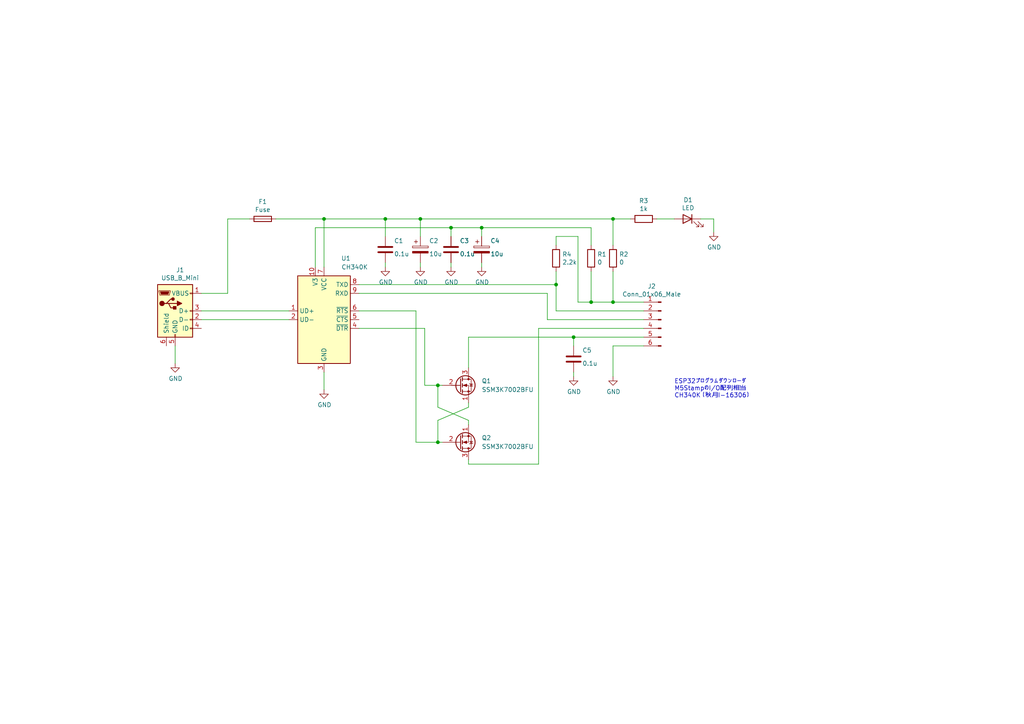
<source format=kicad_sch>
(kicad_sch (version 20211123) (generator eeschema)
  (paper "A4")
  (title_block (title "M5Stamp Downloader") (date "2022-03-12") (rev "0") (company "JK1MLY"))
  (lib_symbols
    (symbol "Connector:Conn_01x06_Male" (pin_names (offset 1.016) hide)
      (property "Reference" "J" (at 0 7.62 0))
      (property "Value" "Conn_01x06_Male" (at 0 -10.16 0))
      (symbol "Conn_01x06_Male_1_1"
        (polyline (pts (xy 1.27 -7.62) (xy 0.8636 -7.62)) (stroke (width 0.1524)))
        (polyline (pts (xy 1.27 -5.08) (xy 0.8636 -5.08)) (stroke (width 0.1524)))
        (polyline (pts (xy 1.27 -2.54) (xy 0.8636 -2.54)) (stroke (width 0.1524)))
        (polyline (pts (xy 1.27 0) (xy 0.8636 0)) (stroke (width 0.1524)))
        (polyline (pts (xy 1.27 2.54) (xy 0.8636 2.54)) (stroke (width 0.1524)))
        (polyline (pts (xy 1.27 5.08) (xy 0.8636 5.08)) (stroke (width 0.1524)))
        (rectangle (start 0.8636 -7.493) (end 0 -7.747) (stroke (width 0.1524)) (fill (type outline)))
        (rectangle (start 0.8636 -4.953) (end 0 -5.207) (stroke (width 0.1524)) (fill (type outline)))
        (rectangle (start 0.8636 -2.413) (end 0 -2.667) (stroke (width 0.1524)) (fill (type outline)))
        (rectangle (start 0.8636 0.127) (end 0 -0.127) (stroke (width 0.1524)) (fill (type outline)))
        (rectangle (start 0.8636 2.667) (end 0 2.413) (stroke (width 0.1524)) (fill (type outline)))
        (rectangle (start 0.8636 5.207) (end 0 4.953) (stroke (width 0.1524)) (fill (type outline)))
        (pin passive line (at 5.08 5.08 180) (length 3.81) (name "Pin_1") (number "1"))
        (pin passive line (at 5.08 2.54 180) (length 3.81) (name "Pin_2") (number "2"))
        (pin passive line (at 5.08 0 180) (length 3.81) (name "Pin_3") (number "3"))
        (pin passive line (at 5.08 -2.54 180) (length 3.81) (name "Pin_4") (number "4"))
        (pin passive line (at 5.08 -5.08 180) (length 3.81) (name "Pin_5") (number "5"))
        (pin passive line (at 5.08 -7.62 180) (length 3.81) (name "Pin_6") (number "6"))
      )
    )
    (symbol "Connector:USB_B_Mini" (pin_names (offset 1.016))
      (property "Reference" "J" (at -5.08 11.43 0))
      (property "Value" "USB_B_Mini" (at -5.08 8.89 0))
      (symbol "USB_B_Mini_0_1"
        (rectangle (start -5.08 -7.62) (end 5.08 7.62) (stroke (width 0.254)) (fill (type background)))
        (circle (center -3.81 2.159) (radius 0.635) (stroke (width 0.254)) (fill (type outline)))
        (circle (center -0.635 3.429) (radius 0.381) (stroke (width 0.254)) (fill (type outline)))
        (rectangle (start -0.127 -7.62) (end 0.127 -6.858))
        (polyline (pts (xy -1.905 2.159) (xy 0.635 2.159)) (stroke (width 0.254)))
        (polyline (pts (xy -3.175 2.159) (xy -2.54 2.159) (xy -1.27 3.429) (xy -0.635 3.429)) (stroke (width 0.254)))
        (polyline (pts (xy -2.54 2.159) (xy -1.905 2.159) (xy -1.27 0.889) (xy 0 0.889)) (stroke (width 0.254)))
        (polyline (pts (xy 0.635 2.794) (xy 0.635 1.524) (xy 1.905 2.159) (xy 0.635 2.794)) (stroke (width 0.254)) (fill (type outline)))
        (polyline (pts (xy -4.318 5.588) (xy -1.778 5.588) (xy -2.032 4.826) (xy -4.064 4.826) (xy -4.318 5.588)) (fill (type outline)))
        (polyline (pts (xy -4.699 5.842) (xy -4.699 5.588) (xy -4.445 4.826) (xy -4.445 4.572) (xy -1.651 4.572) (xy -1.651 4.826) (xy -1.397 5.588) (xy -1.397 5.842) (xy -4.699 5.842)))
        (rectangle (start 0.254 1.27) (end -0.508 0.508) (stroke (width 0.254)) (fill (type outline)))
        (rectangle (start 5.08 -5.207) (end 4.318 -4.953))
        (rectangle (start 5.08 -2.667) (end 4.318 -2.413))
        (rectangle (start 5.08 -0.127) (end 4.318 0.127))
        (rectangle (start 5.08 4.953) (end 4.318 5.207))
      )
      (symbol "USB_B_Mini_1_1"
        (pin power_out line (at 7.62 5.08 180) (length 2.54) (name "VBUS") (number "1"))
        (pin bidirectional line (at 7.62 -2.54 180) (length 2.54) (name "D-") (number "2"))
        (pin bidirectional line (at 7.62 0 180) (length 2.54) (name "D+") (number "3"))
        (pin passive line (at 7.62 -5.08 180) (length 2.54) (name "ID") (number "4"))
        (pin power_out line (at 0 -10.16 90) (length 2.54) (name "GND") (number "5"))
        (pin passive line (at -2.54 -10.16 90) (length 2.54) (name "Shield") (number "6"))
      )
    )
    (symbol "Device:C" (pin_numbers hide) (pin_names (offset 0.254))
      (property "Reference" "C" (at 0.635 2.54 0))
      (property "Value" "C" (at 0.635 -2.54 0))
      (symbol "C_0_1"
        (polyline (pts (xy -2.032 -0.762) (xy 2.032 -0.762)) (stroke (width 0.508)))
        (polyline (pts (xy -2.032 0.762) (xy 2.032 0.762)) (stroke (width 0.508)))
      )
      (symbol "C_1_1"
        (pin passive line (at 0 3.81 270) (length 2.794) (name "~") (number "1"))
        (pin passive line (at 0 -3.81 90) (length 2.794) (name "~") (number "2"))
      )
    )
    (symbol "Device:C_Polarized" (pin_numbers hide) (pin_names (offset 0.254))
      (property "Reference" "C" (at 0.635 2.54 0))
      (property "Value" "C_Polarized" (at 0.635 -2.54 0))
      (symbol "C_Polarized_0_1"
        (rectangle (start -2.286 0.508) (end 2.286 1.016))
        (polyline (pts (xy -1.778 2.286) (xy -0.762 2.286)))
        (polyline (pts (xy -1.27 2.794) (xy -1.27 1.778)))
        (rectangle (start 2.286 -0.508) (end -2.286 -1.016) (fill (type outline)))
      )
      (symbol "C_Polarized_1_1"
        (pin passive line (at 0 3.81 270) (length 2.794) (name "~") (number "1"))
        (pin passive line (at 0 -3.81 90) (length 2.794) (name "~") (number "2"))
      )
    )
    (symbol "Device:Fuse" (pin_numbers hide) (pin_names (offset 0))
      (property "Reference" "F" (at 2.032 0 90))
      (property "Value" "Fuse" (at -1.905 0 90))
      (symbol "Fuse_0_1"
        (rectangle (start -0.762 -2.54) (end 0.762 2.54) (stroke (width 0.254)))
        (polyline (pts (xy 0 2.54) (xy 0 -2.54)))
      )
      (symbol "Fuse_1_1"
        (pin passive line (at 0 3.81 270) (length 1.27) (name "~") (number "1"))
        (pin passive line (at 0 -3.81 90) (length 1.27) (name "~") (number "2"))
      )
    )
    (symbol "Device:LED" (pin_numbers hide) (pin_names (offset 1.016) hide)
      (property "Reference" "D" (at 0 2.54 0))
      (property "Value" "LED" (at 0 -2.54 0))
      (symbol "LED_0_1"
        (polyline (pts (xy -1.27 -1.27) (xy -1.27 1.27)) (stroke (width 0.254)))
        (polyline (pts (xy -1.27 0) (xy 1.27 0)))
        (polyline (pts (xy 1.27 -1.27) (xy 1.27 1.27) (xy -1.27 0) (xy 1.27 -1.27)) (stroke (width 0.254)))
        (polyline (pts (xy -3.048 -0.762) (xy -4.572 -2.286) (xy -3.81 -2.286) (xy -4.572 -2.286) (xy -4.572 -1.524)))
        (polyline (pts (xy -1.778 -0.762) (xy -3.302 -2.286) (xy -2.54 -2.286) (xy -3.302 -2.286) (xy -3.302 -1.524)))
      )
      (symbol "LED_1_1"
        (pin passive line (at -3.81 0 0) (length 2.54) (name "K") (number "1"))
        (pin passive line (at 3.81 0 180) (length 2.54) (name "A") (number "2"))
      )
    )
    (symbol "Device:Q_NMOS_SGD" (pin_names (offset 0) hide)
      (property "Reference" "Q" (at 5.08 1.27 0))
      (property "Value" "Q_NMOS_SGD" (at 5.08 -1.27 0))
      (symbol "Q_NMOS_SGD_0_1"
        (polyline (pts (xy 0.254 0) (xy -2.54 0)))
        (polyline (pts (xy 0.254 1.905) (xy 0.254 -1.905)) (stroke (width 0.254)))
        (polyline (pts (xy 0.762 -1.27) (xy 0.762 -2.286)) (stroke (width 0.254)))
        (polyline (pts (xy 0.762 0.508) (xy 0.762 -0.508)) (stroke (width 0.254)))
        (polyline (pts (xy 0.762 2.286) (xy 0.762 1.27)) (stroke (width 0.254)))
        (polyline (pts (xy 2.54 2.54) (xy 2.54 1.778)))
        (polyline (pts (xy 2.54 -2.54) (xy 2.54 0) (xy 0.762 0)))
        (polyline (pts (xy 0.762 -1.778) (xy 3.302 -1.778) (xy 3.302 1.778) (xy 0.762 1.778)))
        (polyline (pts (xy 1.016 0) (xy 2.032 0.381) (xy 2.032 -0.381) (xy 1.016 0)) (fill (type outline)))
        (polyline (pts (xy 2.794 0.508) (xy 2.921 0.381) (xy 3.683 0.381) (xy 3.81 0.254)))
        (polyline (pts (xy 3.302 0.381) (xy 2.921 -0.254) (xy 3.683 -0.254) (xy 3.302 0.381)))
        (circle (center 1.651 0) (radius 2.794) (stroke (width 0.254)))
        (circle (center 2.54 -1.778) (radius 0.254) (fill (type outline)))
        (circle (center 2.54 1.778) (radius 0.254) (fill (type outline)))
      )
      (symbol "Q_NMOS_SGD_1_1"
        (pin passive line (at 2.54 -5.08 90) (length 2.54) (name "S") (number "1"))
        (pin input line (at -5.08 0 0) (length 5.08) (name "G") (number "2"))
        (pin passive line (at 2.54 5.08 270) (length 2.54) (name "D") (number "3"))
      )
    )
    (symbol "Device:R" (pin_numbers hide) (pin_names (offset 0))
      (property "Reference" "R" (at 2.032 0 90))
      (property "Value" "R" (at 0 0 90))
      (symbol "R_0_1"
        (rectangle (start -1.016 -2.54) (end 1.016 2.54) (stroke (width 0.254)))
      )
      (symbol "R_1_1"
        (pin passive line (at 0 3.81 270) (length 1.27) (name "~") (number "1"))
        (pin passive line (at 0 -3.81 90) (length 1.27) (name "~") (number "2"))
      )
    )
    (symbol "Interface_USB:CH340K"
      (property "Reference" "U" (at -5.08 13.97 0))
      (property "Value" "Interface_USB_CH340K" (at 1.27 13.97 0))
      (symbol "CH340K_0_1"
        (rectangle (start -7.62 12.7) (end 7.62 -12.7) (stroke (width 0.254)) (fill (type background)))
      )
      (symbol "CH340K_1_1"
        (pin bidirectional line (at -10.16 2.54 0) (length 2.54) (name "UD+") (number "1"))
        (pin passive line (at -2.54 15.24 270) (length 2.54) (name "V3") (number "10"))
        (pin bidirectional line (at -10.16 0 0) (length 2.54) (name "UD-") (number "2"))
        (pin power_in line (at 0 -15.24 90) (length 2.54) (name "GND") (number "3"))
        (pin output line (at 10.16 -2.54 180) (length 2.54) (name "~{DTR}") (number "4"))
        (pin input line (at 10.16 0 180) (length 2.54) (name "~{CTS}") (number "5"))
        (pin output line (at 10.16 2.54 180) (length 2.54) (name "~{RTS}") (number "6"))
        (pin power_in line (at 0 15.24 270) (length 2.54) (name "VCC") (number "7"))
        (pin output line (at 10.16 10.16 180) (length 2.54) (name "TXD") (number "8"))
        (pin input line (at 10.16 7.62 180) (length 2.54) (name "RXD") (number "9"))
      )
    )
    (symbol "power:GND" (power) (pin_names (offset 0))
      (property "Value" "GND" (at 0 -3.81 0))
      (symbol "GND_0_1"
        (polyline (pts (xy 0 0) (xy 0 -1.27) (xy 1.27 -1.27) (xy 0 -2.54) (xy -1.27 -1.27) (xy 0 -1.27)))
      )
      (symbol "GND_1_1"
        (pin power_in line (at 0 0 270) (length 0) hide (name "GND") (number "1"))
      )
    )
  )
  (junction (at 127 111.76))
  (junction (at 127 128.27))
  (junction (at 111.76 63.5))
  (junction (at 166.37 97.79))
  (junction (at 121.92 63.5))
  (junction (at 161.29 82.55))
  (junction (at 139.7 66.04))
  (junction (at 130.81 66.04))
  (junction (at 177.8 63.5))
  (junction (at 93.98 63.5))
  (junction (at 171.45 87.63))
  (junction (at 177.8 87.63))
  (wire (pts (xy 156.21 95.25) (xy 186.69 95.25)))
  (wire (pts (xy 167.64 68.58) (xy 167.64 87.63)))
  (wire (pts (xy 104.14 82.55) (xy 161.29 82.55)))
  (wire (pts (xy 186.69 92.71) (xy 158.75 92.71)))
  (wire (pts (xy 135.89 116.84) (xy 135.89 118.11)))
  (wire (pts (xy 93.98 63.5) (xy 111.76 63.5)))
  (wire (pts (xy 91.44 66.04) (xy 91.44 77.47)))
  (wire (pts (xy 186.69 90.17) (xy 161.29 90.17)))
  (wire (pts (xy 161.29 71.12) (xy 161.29 68.58)))
  (wire (pts (xy 161.29 68.58) (xy 167.64 68.58)))
  (wire (pts (xy 130.81 76.2) (xy 130.81 77.47)))
  (wire (pts (xy 58.42 85.09) (xy 66.04 85.09)))
  (wire (pts (xy 166.37 97.79) (xy 186.69 97.79)))
  (wire (pts (xy 120.65 128.27) (xy 127 128.27)))
  (wire (pts (xy 50.8 100.33) (xy 50.8 105.41)))
  (wire (pts (xy 166.37 97.79) (xy 166.37 100.33)))
  (wire (pts (xy 91.44 66.04) (xy 130.81 66.04)))
  (wire (pts (xy 186.69 100.33) (xy 177.8 100.33)))
  (wire (pts (xy 80.01 63.5) (xy 93.98 63.5)))
  (wire (pts (xy 127 128.27) (xy 128.27 128.27)))
  (wire (pts (xy 167.64 87.63) (xy 171.45 87.63)))
  (wire (pts (xy 207.01 63.5) (xy 207.01 67.31)))
  (wire (pts (xy 135.89 133.35) (xy 135.89 134.62)))
  (wire (pts (xy 171.45 78.74) (xy 171.45 87.63)))
  (wire (pts (xy 83.82 92.71) (xy 58.42 92.71)))
  (wire (pts (xy 135.89 97.79) (xy 135.89 106.68)))
  (wire (pts (xy 111.76 76.2) (xy 111.76 77.47)))
  (wire (pts (xy 177.8 87.63) (xy 186.69 87.63)))
  (wire (pts (xy 58.42 90.17) (xy 83.82 90.17)))
  (wire (pts (xy 121.92 63.5) (xy 121.92 68.58)))
  (wire (pts (xy 135.89 134.62) (xy 156.21 134.62)))
  (wire (pts (xy 104.14 85.09) (xy 158.75 85.09)))
  (wire (pts (xy 93.98 107.95) (xy 93.98 113.03)))
  (wire (pts (xy 166.37 107.95) (xy 166.37 109.22)))
  (wire (pts (xy 139.7 66.04) (xy 139.7 68.58)))
  (wire (pts (xy 139.7 66.04) (xy 171.45 66.04)))
  (wire (pts (xy 66.04 63.5) (xy 72.39 63.5)))
  (wire (pts (xy 127 111.76) (xy 127 118.11)))
  (wire (pts (xy 135.89 97.79) (xy 166.37 97.79)))
  (wire (pts (xy 123.19 95.25) (xy 104.14 95.25)))
  (wire (pts (xy 66.04 85.09) (xy 66.04 63.5)))
  (wire (pts (xy 123.19 95.25) (xy 123.19 111.76)))
  (wire (pts (xy 135.89 123.19) (xy 135.89 121.92)))
  (wire (pts (xy 127 121.92) (xy 135.89 118.11)))
  (wire (pts (xy 182.88 63.5) (xy 177.8 63.5)))
  (wire (pts (xy 171.45 66.04) (xy 171.45 71.12)))
  (wire (pts (xy 120.65 128.27) (xy 120.65 90.17)))
  (wire (pts (xy 171.45 87.63) (xy 177.8 87.63)))
  (wire (pts (xy 111.76 63.5) (xy 121.92 63.5)))
  (wire (pts (xy 158.75 92.71) (xy 158.75 85.09)))
  (wire (pts (xy 93.98 63.5) (xy 93.98 77.47)))
  (wire (pts (xy 139.7 76.2) (xy 139.7 77.47)))
  (wire (pts (xy 111.76 63.5) (xy 111.76 68.58)))
  (wire (pts (xy 156.21 95.25) (xy 156.21 134.62)))
  (wire (pts (xy 190.5 63.5) (xy 195.58 63.5)))
  (wire (pts (xy 130.81 66.04) (xy 139.7 66.04)))
  (wire (pts (xy 161.29 78.74) (xy 161.29 82.55)))
  (wire (pts (xy 127 118.11) (xy 135.89 121.92)))
  (wire (pts (xy 104.14 90.17) (xy 120.65 90.17)))
  (wire (pts (xy 121.92 76.2) (xy 121.92 77.47)))
  (wire (pts (xy 161.29 90.17) (xy 161.29 82.55)))
  (wire (pts (xy 130.81 66.04) (xy 130.81 68.58)))
  (wire (pts (xy 177.8 78.74) (xy 177.8 87.63)))
  (wire (pts (xy 177.8 100.33) (xy 177.8 109.22)))
  (wire (pts (xy 121.92 63.5) (xy 177.8 63.5)))
  (wire (pts (xy 127 111.76) (xy 123.19 111.76)))
  (wire (pts (xy 203.2 63.5) (xy 207.01 63.5)))
  (wire (pts (xy 127 128.27) (xy 127 121.92)))
  (wire (pts (xy 177.8 63.5) (xy 177.8 71.12)))
  (wire (pts (xy 127 111.76) (xy 128.27 111.76)))
  (text "ESP32プログラムダウンローダ\nM5StampのI/O配列相当\nCH340K（秋月I-16306）" (at 195.58 115.57 0) (effects (font (size 1.27 1.27)) (justify left bottom)))
  (symbol (lib_id "Connector:Conn_01x06_Male") (at 191.77 92.71 0) (mirror y) (unit 1)
    (property "Reference" "J2" (at 189.0268 83.0326 0))
    (property "Value" "Conn_01x06_Male" (at 189.0268 85.344 0))
    (property "Footprint" "Connector_PinHeader_2.54mm:PinHeader_1x06_P2.54mm_Vertical" (effects hide))
  )
  (symbol (lib_id "Interface_USB:CH340K") (at 93.98 92.71 0) (unit 1)
    (property "Reference" "U1" (at 100.33 74.93 0))
    (property "Value" "CH340K" (at 102.87 77.47 0))
    (property "Footprint" "Package_SO:SSOP-10_3.9x4.9mm_P1.00mm" (effects hide))
    (property "Datasheet" "I-16306" (effects hide))
  )
  (symbol (lib_id "power:GND") (at 177.8 109.22 0) (unit 1)
    (property "Reference" "#PWR03" (effects hide))
    (property "Value" "GND" (at 177.927 113.6142 0))
  )
  (symbol (lib_id "power:GND") (at 93.98 113.03 0) (unit 1)
    (property "Reference" "#PWR02" (effects hide))
    (property "Value" "GND" (at 94.107 117.4242 0))
  )
  (symbol (lib_id "power:GND") (at 50.8 105.41 0) (unit 1)
    (property "Reference" "#PWR01" (effects hide))
    (property "Value" "GND" (at 50.927 109.8042 0))
  )
  (symbol (lib_id "Device:R") (at 177.8 74.93 0) (unit 1)
    (property "Reference" "R2" (at 179.578 73.7616 0) (effects (justify left)))
    (property "Value" "0" (at 179.578 76.073 0) (effects (justify left)))
    (property "Footprint" "UserLib:0603" (effects hide))
  )
  (symbol (lib_id "Device:R") (at 171.45 74.93 0) (mirror y) (unit 1)
    (property "Reference" "R1" (at 173.228 73.7616 0) (effects (justify right)))
    (property "Value" "0" (at 173.228 76.073 0) (effects (justify right)))
    (property "Footprint" "UserLib:0603" (effects hide))
  )
  (symbol (lib_id "Device:Fuse") (at 76.2 63.5 270) (unit 1)
    (property "Reference" "F1" (at 76.2 58.4962 90))
    (property "Value" "Fuse" (at 76.2 60.8076 90))
    (property "Footprint" "UserLib:0603" (effects hide))
    (property "Datasheet" "P-14311" (effects hide))
  )
  (symbol (lib_id "Device:R") (at 186.69 63.5 90) (unit 1)
    (property "Reference" "R3" (at 186.69 58.2422 90))
    (property "Value" "1k" (at 186.69 60.5536 90))
    (property "Footprint" "UserLib:0603" (effects hide))
  )
  (symbol (lib_id "Device:LED") (at 199.39 63.5 0) (mirror y) (unit 1)
    (property "Reference" "D1" (at 199.5678 57.9882 0))
    (property "Value" "LED" (at 199.5678 60.2996 0))
    (property "Footprint" "UserLib:0603" (effects hide))
    (property "Datasheet" "I-11878" (effects hide))
  )
  (symbol (lib_id "power:GND") (at 207.01 67.31 0) (unit 1)
    (property "Reference" "#PWR04" (effects hide))
    (property "Value" "GND" (at 207.137 71.7042 0))
  )
  (symbol (lib_id "Connector:USB_B_Mini") (at 50.8 90.17 0) (unit 1)
    (property "Reference" "J1" (at 52.2478 78.3082 0))
    (property "Value" "USB_B_Mini" (at 52.2478 80.6196 0))
    (property "Footprint" "digikey-footprints:USB_Mini_B_Female_aki" (effects hide))
    (property "Datasheet" "C-02235" (effects hide))
  )
  (symbol (lib_id "Device:Q_NMOS_SGD") (at 133.35 111.76 0) (unit 1)
    (property "Reference" "Q1" (at 139.7 110.4899 0) (effects (justify left)))
    (property "Value" "SSM3K7002BFU" (at 139.7 113.0299 0) (effects (justify left)))
    (property "Footprint" "Package_TO_SOT_SMD:SOT-323_SC-70" (effects hide))
    (property "Footprint" "Package_TO_SOT_SMD:SOT-323_SC-70" (effects hide))
    (property "Reference" "Q1" (effects hide))
    (property "Value" "SSM3K7002BFU" (effects hide))
  )
  (symbol (lib_id "power:GND") (at 121.92 77.47 0) (unit 1)
    (property "Reference" "#PWR06" (effects hide))
    (property "Value" "GND" (at 122.047 81.8642 0))
  )
  (symbol (lib_id "Device:C") (at 111.76 72.39 0) (unit 1)
    (property "Reference" "C1" (at 114.3 69.85 0) (effects (justify left)))
    (property "Value" "0.1u" (at 114.3 73.66 0) (effects (justify left)))
    (property "Footprint" "UserLib:0603" (effects hide))
    (property "Footprint" "UserLib:0603" (effects hide))
    (property "Reference" "C1" (effects hide))
    (property "Value" "0.1u" (effects hide))
  )
  (symbol (lib_id "power:GND") (at 166.37 109.22 0) (unit 1)
    (property "Reference" "#PWR09" (effects hide))
    (property "Value" "GND" (at 166.497 113.6142 0))
  )
  (symbol (lib_id "power:GND") (at 130.81 77.47 0) (unit 1)
    (property "Reference" "#PWR07" (effects hide))
    (property "Value" "GND" (at 130.937 81.8642 0))
  )
  (symbol (lib_id "Device:C_Polarized") (at 139.7 72.39 0) (unit 1)
    (property "Reference" "C4" (at 142.24 69.85 0) (effects (justify left)))
    (property "Value" "10u" (at 142.24 73.66 0) (effects (justify left)))
    (property "Footprint" "Capacitor_THT:CP_Radial_D5.0mm_P2.00mm" (effects hide))
  )
  (symbol (lib_id "power:GND") (at 139.7 77.47 0) (unit 1)
    (property "Reference" "#PWR08" (effects hide))
    (property "Value" "GND" (at 139.827 81.8642 0))
  )
  (symbol (lib_id "Device:Q_NMOS_SGD") (at 133.35 128.27 0) (mirror x) (unit 1)
    (property "Reference" "Q2" (at 139.7 126.9999 0) (effects (justify left)))
    (property "Value" "SSM3K7002BFU" (at 139.7 129.5399 0) (effects (justify left)))
    (property "Footprint" "Package_TO_SOT_SMD:SOT-323_SC-70" (effects hide))
    (property "Datasheet" "I-08576" (effects hide))
  )
  (symbol (lib_id "power:GND") (at 111.76 77.47 0) (unit 1)
    (property "Reference" "#PWR05" (effects hide))
    (property "Value" "GND" (at 111.887 81.8642 0))
  )
  (symbol (lib_id "Device:C_Polarized") (at 121.92 72.39 0) (unit 1)
    (property "Reference" "C2" (at 124.46 69.85 0) (effects (justify left)))
    (property "Value" "10u" (at 124.46 73.66 0) (effects (justify left)))
    (property "Footprint" "Capacitor_THT:CP_Radial_D5.0mm_P2.00mm" (effects hide))
    (property "Footprint" "Capacitor_THT:CP_Radial_D5.0mm_P2.00mm" (effects hide))
    (property "Reference" "C2" (effects hide))
    (property "Value" "10u" (effects hide))
  )
  (symbol (lib_id "Device:C") (at 166.37 104.14 0) (unit 1)
    (property "Reference" "C5" (at 168.91 101.6 0) (effects (justify left)))
    (property "Value" "0.1u" (at 168.91 105.41 0) (effects (justify left)))
    (property "Footprint" "UserLib:0603" (effects hide))
  )
  (symbol (lib_id "Device:C") (at 130.81 72.39 0) (unit 1)
    (property "Reference" "C3" (at 133.35 69.85 0) (effects (justify left)))
    (property "Value" "0.1u" (at 133.35 73.66 0) (effects (justify left)))
    (property "Footprint" "UserLib:0603" (effects hide))
  )
  (symbol (lib_id "Device:R") (at 161.29 74.93 0) (mirror y) (unit 1)
    (property "Reference" "R4" (at 163.068 73.7616 0) (effects (justify right)))
    (property "Value" "2.2k" (at 163.068 76.073 0) (effects (justify right)))
    (property "Footprint" "UserLib:0603" (effects hide))
  )
)
</source>
